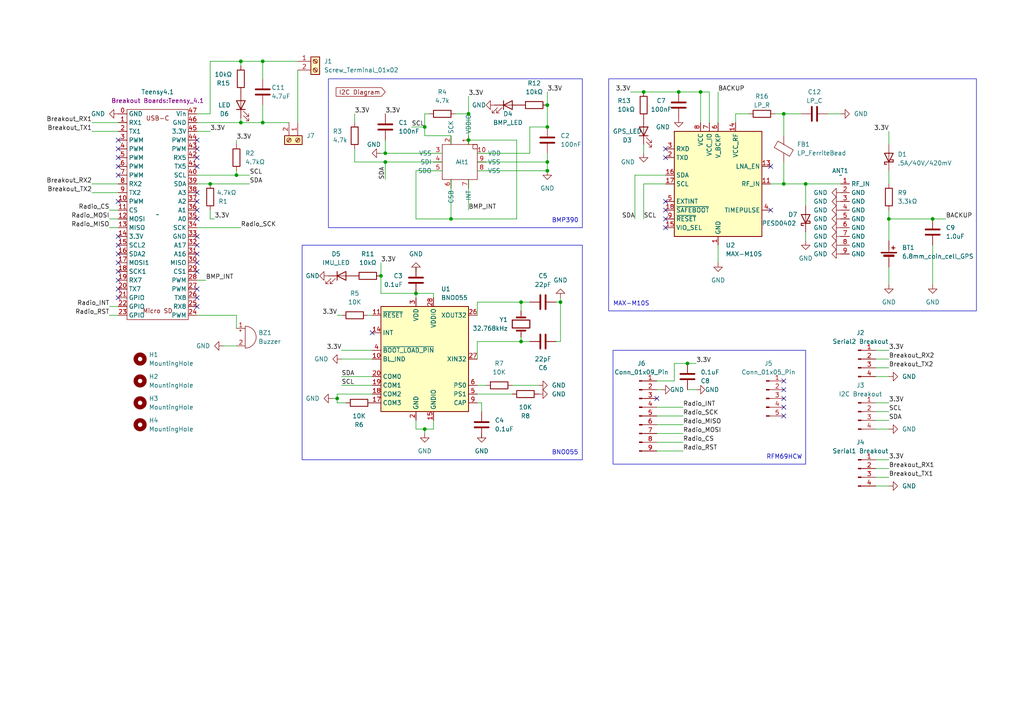
<source format=kicad_sch>
(kicad_sch (version 20230121) (generator eeschema)
  (paper "A4")
  (lib_symbols
    (symbol "Avionics:BMP390"
      (property "Reference" "Alt" (at 0 0 0))
      (symbol "BMP390_0_1"
        (rectangle (start -5.08 5.08) (end 5.08 -5.08))
        (rectangle (start 3.81 3.81) (end 5.08 5.08))
      )
      (symbol "BMP390_1_1"
        (pin input line (at 2.54 5.08 90) (length 2.54) (name "VDDIO") (number "1"))
        (pin input line (at 5.08 2.54 0) (length 2.54) (name "VDD") (number "10"))
        (pin input line (at -2.54 5.08 90) (length 2.54) (name "SCK") (number "2"))
        (pin input line (at -5.08 2.54 180) (length 2.54) (name "VSS") (number "3"))
        (pin input line (at -5.08 0 180) (length 2.54) (name "SDI") (number "4"))
        (pin input line (at -5.08 -2.54 180) (length 2.54) (name "SDO") (number "5"))
        (pin input line (at -2.54 -5.08 270) (length 2.54) (name "CSB") (number "6"))
        (pin input line (at 2.54 -5.08 270) (length 2.54) (name "INT") (number "7"))
        (pin input line (at 5.08 -2.54 0) (length 2.54) (name "VSS") (number "8"))
        (pin input line (at 5.08 0 0) (length 2.54) (name "VSS") (number "9"))
      )
    )
    (symbol "Breakout Boards:Teensy_4.1"
      (property "Reference" "Teensy4.1" (at 0 0 90))
      (property "Footprint" "Breakout Boards:Teensy_4.1" (at 0 0 0))
      (symbol "Teensy_4.1_0_1"
        (rectangle (start -8.89 30.48) (end 8.89 -30.48))
      )
      (symbol "Teensy_4.1_1_1"
        (text "Micro SD" (at 0 -27.94 0) (effects (font (size 1.27 1.27))))
        (text "USB-C" (at 0 27.94 0) (effects (font (size 1.27 1.27))))
        (pin input line (at -11.43 29.21 0) (length 2.54) (name "GND") (number "0"))
        (pin input line (at -11.43 26.67 0) (length 2.54) (name "RX1") (number "1"))
        (pin input line (at -11.43 3.81 0) (length 2.54) (name "PWM") (number "10"))
        (pin input line (at -11.43 1.27 0) (length 2.54) (name "CS") (number "11"))
        (pin input line (at -11.43 -1.27 0) (length 2.54) (name "MOSI") (number "12"))
        (pin input line (at -11.43 -3.81 0) (length 2.54) (name "MISO") (number "13"))
        (pin input line (at -11.43 -6.35 0) (length 2.54) (name "3.3V") (number "14"))
        (pin input line (at -11.43 -8.89 0) (length 2.54) (name "SCL2") (number "15"))
        (pin input line (at -11.43 -11.43 0) (length 2.54) (name "SDA2") (number "16"))
        (pin input line (at -11.43 -13.97 0) (length 2.54) (name "MOSI1") (number "17"))
        (pin input line (at -11.43 -16.51 0) (length 2.54) (name "SCK1") (number "18"))
        (pin input line (at -11.43 -19.05 0) (length 2.54) (name "RX7") (number "19"))
        (pin input line (at -11.43 24.13 0) (length 2.54) (name "TX1") (number "2"))
        (pin input line (at -11.43 -21.59 0) (length 2.54) (name "TX7") (number "20"))
        (pin input line (at -11.43 -24.13 0) (length 2.54) (name "GPIO") (number "21"))
        (pin input line (at -11.43 -26.67 0) (length 2.54) (name "GPIO") (number "22"))
        (pin input line (at -11.43 -29.21 0) (length 2.54) (name "GPIO") (number "23"))
        (pin input line (at 11.43 -29.21 180) (length 2.54) (name "PWM") (number "24"))
        (pin input line (at 11.43 -26.67 180) (length 2.54) (name "RX8") (number "25"))
        (pin input line (at 11.43 -24.13 180) (length 2.54) (name "TX8") (number "26"))
        (pin input line (at 11.43 -21.59 180) (length 2.54) (name "PWM") (number "27"))
        (pin input line (at 11.43 -19.05 180) (length 2.54) (name "PWM") (number "28"))
        (pin input line (at 11.43 -16.51 180) (length 2.54) (name "CS1") (number "29"))
        (pin input line (at -11.43 21.59 0) (length 2.54) (name "PWM") (number "3"))
        (pin input line (at 11.43 -13.97 180) (length 2.54) (name "MISO") (number "30"))
        (pin input line (at 11.43 -11.43 180) (length 2.54) (name "A16") (number "31"))
        (pin input line (at 11.43 -8.89 180) (length 2.54) (name "A17") (number "32"))
        (pin input line (at 11.43 -6.35 180) (length 2.54) (name "GND") (number "33"))
        (pin input line (at 11.43 -3.81 180) (length 2.54) (name "SCK") (number "34"))
        (pin input line (at 11.43 -1.27 180) (length 2.54) (name "A0") (number "35"))
        (pin input line (at 11.43 1.27 180) (length 2.54) (name "A1") (number "36"))
        (pin input line (at 11.43 3.81 180) (length 2.54) (name "A2") (number "37"))
        (pin input line (at 11.43 6.35 180) (length 2.54) (name "A3") (number "38"))
        (pin input line (at 11.43 8.89 180) (length 2.54) (name "SDA") (number "39"))
        (pin input line (at -11.43 19.05 0) (length 2.54) (name "PWM") (number "4"))
        (pin input line (at 11.43 11.43 180) (length 2.54) (name "SCL") (number "40"))
        (pin input line (at 11.43 13.97 180) (length 2.54) (name "TX5") (number "41"))
        (pin input line (at 11.43 16.51 180) (length 2.54) (name "RX5") (number "42"))
        (pin input line (at 11.43 19.05 180) (length 2.54) (name "PWM") (number "43"))
        (pin input line (at 11.43 21.59 180) (length 2.54) (name "PWM") (number "44"))
        (pin input line (at 11.43 24.13 180) (length 2.54) (name "3.3V") (number "45"))
        (pin input line (at 11.43 26.67 180) (length 2.54) (name "GND") (number "46"))
        (pin input line (at 11.43 29.21 180) (length 2.54) (name "Vin") (number "47"))
        (pin input line (at -11.43 16.51 0) (length 2.54) (name "PWM") (number "5"))
        (pin input line (at -11.43 13.97 0) (length 2.54) (name "PWM") (number "6"))
        (pin input line (at -11.43 11.43 0) (length 2.54) (name "PWM") (number "7"))
        (pin input line (at -11.43 8.89 0) (length 2.54) (name "RX2") (number "8"))
        (pin input line (at -11.43 6.35 0) (length 2.54) (name "TX2") (number "9"))
      )
    )
    (symbol "Connector:Conn_01x04_Pin" (pin_names (offset 1.016) hide)
      (property "Reference" "J" (at 0 5.08 0))
      (property "Value" "Conn_01x04_Pin" (at 0 -7.62 0))
      (symbol "Conn_01x04_Pin_1_1"
        (polyline (pts (xy 1.27 -5.08) (xy 0.8636 -5.08)) (stroke (width 0.1524)))
        (polyline (pts (xy 1.27 -2.54) (xy 0.8636 -2.54)) (stroke (width 0.1524)))
        (polyline (pts (xy 1.27 0) (xy 0.8636 0)) (stroke (width 0.1524)))
        (polyline (pts (xy 1.27 2.54) (xy 0.8636 2.54)) (stroke (width 0.1524)))
        (rectangle (start 0.8636 -4.953) (end 0 -5.207) (stroke (width 0.1524)) (fill (type outline)))
        (rectangle (start 0.8636 -2.413) (end 0 -2.667) (stroke (width 0.1524)) (fill (type outline)))
        (rectangle (start 0.8636 0.127) (end 0 -0.127) (stroke (width 0.1524)) (fill (type outline)))
        (rectangle (start 0.8636 2.667) (end 0 2.413) (stroke (width 0.1524)) (fill (type outline)))
        (pin passive line (at 5.08 2.54 180) (length 3.81) (name "Pin_1") (number "1"))
        (pin passive line (at 5.08 0 180) (length 3.81) (name "Pin_2") (number "2"))
        (pin passive line (at 5.08 -2.54 180) (length 3.81) (name "Pin_3") (number "3"))
        (pin passive line (at 5.08 -5.08 180) (length 3.81) (name "Pin_4") (number "4"))
      )
    )
    (symbol "Connector:Conn_01x05_Pin" (pin_names (offset 1.016) hide)
      (property "Reference" "J" (at 0 7.62 0))
      (property "Value" "Conn_01x05_Pin" (at 0 -7.62 0))
      (symbol "Conn_01x05_Pin_1_1"
        (polyline (pts (xy 1.27 -5.08) (xy 0.8636 -5.08)) (stroke (width 0.1524)))
        (polyline (pts (xy 1.27 -2.54) (xy 0.8636 -2.54)) (stroke (width 0.1524)))
        (polyline (pts (xy 1.27 0) (xy 0.8636 0)) (stroke (width 0.1524)))
        (polyline (pts (xy 1.27 2.54) (xy 0.8636 2.54)) (stroke (width 0.1524)))
        (polyline (pts (xy 1.27 5.08) (xy 0.8636 5.08)) (stroke (width 0.1524)))
        (rectangle (start 0.8636 -4.953) (end 0 -5.207) (stroke (width 0.1524)) (fill (type outline)))
        (rectangle (start 0.8636 -2.413) (end 0 -2.667) (stroke (width 0.1524)) (fill (type outline)))
        (rectangle (start 0.8636 0.127) (end 0 -0.127) (stroke (width 0.1524)) (fill (type outline)))
        (rectangle (start 0.8636 2.667) (end 0 2.413) (stroke (width 0.1524)) (fill (type outline)))
        (rectangle (start 0.8636 5.207) (end 0 4.953) (stroke (width 0.1524)) (fill (type outline)))
        (pin passive line (at 5.08 5.08 180) (length 3.81) (name "Pin_1") (number "1"))
        (pin passive line (at 5.08 2.54 180) (length 3.81) (name "Pin_2") (number "2"))
        (pin passive line (at 5.08 0 180) (length 3.81) (name "Pin_3") (number "3"))
        (pin passive line (at 5.08 -2.54 180) (length 3.81) (name "Pin_4") (number "4"))
        (pin passive line (at 5.08 -5.08 180) (length 3.81) (name "Pin_5") (number "5"))
      )
    )
    (symbol "Connector:Conn_01x09_Pin" (pin_names (offset 1.016) hide)
      (property "Reference" "J" (at 0 12.7 0))
      (property "Value" "Conn_01x09_Pin" (at 0 -12.7 0))
      (symbol "Conn_01x09_Pin_1_1"
        (polyline (pts (xy 1.27 -10.16) (xy 0.8636 -10.16)) (stroke (width 0.1524)))
        (polyline (pts (xy 1.27 -7.62) (xy 0.8636 -7.62)) (stroke (width 0.1524)))
        (polyline (pts (xy 1.27 -5.08) (xy 0.8636 -5.08)) (stroke (width 0.1524)))
        (polyline (pts (xy 1.27 -2.54) (xy 0.8636 -2.54)) (stroke (width 0.1524)))
        (polyline (pts (xy 1.27 0) (xy 0.8636 0)) (stroke (width 0.1524)))
        (polyline (pts (xy 1.27 2.54) (xy 0.8636 2.54)) (stroke (width 0.1524)))
        (polyline (pts (xy 1.27 5.08) (xy 0.8636 5.08)) (stroke (width 0.1524)))
        (polyline (pts (xy 1.27 7.62) (xy 0.8636 7.62)) (stroke (width 0.1524)))
        (polyline (pts (xy 1.27 10.16) (xy 0.8636 10.16)) (stroke (width 0.1524)))
        (rectangle (start 0.8636 -10.033) (end 0 -10.287) (stroke (width 0.1524)) (fill (type outline)))
        (rectangle (start 0.8636 -7.493) (end 0 -7.747) (stroke (width 0.1524)) (fill (type outline)))
        (rectangle (start 0.8636 -4.953) (end 0 -5.207) (stroke (width 0.1524)) (fill (type outline)))
        (rectangle (start 0.8636 -2.413) (end 0 -2.667) (stroke (width 0.1524)) (fill (type outline)))
        (rectangle (start 0.8636 0.127) (end 0 -0.127) (stroke (width 0.1524)) (fill (type outline)))
        (rectangle (start 0.8636 2.667) (end 0 2.413) (stroke (width 0.1524)) (fill (type outline)))
        (rectangle (start 0.8636 5.207) (end 0 4.953) (stroke (width 0.1524)) (fill (type outline)))
        (rectangle (start 0.8636 7.747) (end 0 7.493) (stroke (width 0.1524)) (fill (type outline)))
        (rectangle (start 0.8636 10.287) (end 0 10.033) (stroke (width 0.1524)) (fill (type outline)))
        (pin passive line (at 5.08 10.16 180) (length 3.81) (name "Pin_1") (number "1"))
        (pin passive line (at 5.08 7.62 180) (length 3.81) (name "Pin_2") (number "2"))
        (pin passive line (at 5.08 5.08 180) (length 3.81) (name "Pin_3") (number "3"))
        (pin passive line (at 5.08 2.54 180) (length 3.81) (name "Pin_4") (number "4"))
        (pin passive line (at 5.08 0 180) (length 3.81) (name "Pin_5") (number "5"))
        (pin passive line (at 5.08 -2.54 180) (length 3.81) (name "Pin_6") (number "6"))
        (pin passive line (at 5.08 -5.08 180) (length 3.81) (name "Pin_7") (number "7"))
        (pin passive line (at 5.08 -7.62 180) (length 3.81) (name "Pin_8") (number "8"))
        (pin passive line (at 5.08 -10.16 180) (length 3.81) (name "Pin_9") (number "9"))
      )
    )
    (symbol "Connector:Screw_Terminal_01x02" (pin_names (offset 1.016) hide)
      (property "Reference" "J" (at 0 2.54 0))
      (property "Value" "Screw_Terminal_01x02" (at 0 -5.08 0))
      (symbol "Screw_Terminal_01x02_1_1"
        (rectangle (start -1.27 1.27) (end 1.27 -3.81) (stroke (width 0.254)) (fill (type background)))
        (circle (center 0 -2.54) (radius 0.635) (stroke (width 0.1524)))
        (polyline (pts (xy -0.5334 -2.2098) (xy 0.3302 -3.048)) (stroke (width 0.1524)))
        (polyline (pts (xy -0.5334 0.3302) (xy 0.3302 -0.508)) (stroke (width 0.1524)))
        (polyline (pts (xy -0.3556 -2.032) (xy 0.508 -2.8702)) (stroke (width 0.1524)))
        (polyline (pts (xy -0.3556 0.508) (xy 0.508 -0.3302)) (stroke (width 0.1524)))
        (circle (center 0 0) (radius 0.635) (stroke (width 0.1524)))
        (pin passive line (at -5.08 0 0) (length 3.81) (name "Pin_1") (number "1"))
        (pin passive line (at -5.08 -2.54 0) (length 3.81) (name "Pin_2") (number "2"))
      )
    )
    (symbol "Device:Battery_Cell" (pin_numbers hide) (pin_names (offset 0) hide)
      (property "Reference" "BT" (at 2.54 2.54 0))
      (property "Value" "Battery_Cell" (at 2.54 0 0))
      (symbol "Battery_Cell_0_1"
        (rectangle (start -2.286 1.778) (end 2.286 1.524) (fill (type outline)))
        (rectangle (start -1.524 1.016) (end 1.524 0.508) (fill (type outline)))
        (polyline (pts (xy 0 0.762) (xy 0 0)))
        (polyline (pts (xy 0 1.778) (xy 0 2.54)))
        (polyline (pts (xy 0.762 3.048) (xy 1.778 3.048)) (stroke (width 0.254)))
        (polyline (pts (xy 1.27 3.556) (xy 1.27 2.54)) (stroke (width 0.254)))
      )
      (symbol "Battery_Cell_1_1"
        (pin passive line (at 0 5.08 270) (length 2.54) (name "+") (number "1"))
        (pin passive line (at 0 -2.54 90) (length 2.54) (name "-") (number "2"))
      )
    )
    (symbol "Device:Buzzer" (pin_names (offset 0.0254) hide)
      (property "Reference" "BZ" (at 3.81 1.27 0))
      (property "Value" "Buzzer" (at 3.81 -1.27 0))
      (symbol "Buzzer_0_1"
        (arc (start 0 -3.175) (mid 3.1612 0) (end 0 3.175))
        (polyline (pts (xy -1.651 1.905) (xy -1.143 1.905)))
        (polyline (pts (xy -1.397 2.159) (xy -1.397 1.651)))
        (polyline (pts (xy 0 3.175) (xy 0 -3.175)))
      )
      (symbol "Buzzer_1_1"
        (pin passive line (at -2.54 2.54 0) (length 2.54) (name "-") (number "1"))
        (pin passive line (at -2.54 -2.54 0) (length 2.54) (name "+") (number "2"))
      )
    )
    (symbol "Device:C" (pin_numbers hide) (pin_names (offset 0.254))
      (property "Reference" "C" (at 0.635 2.54 0))
      (property "Value" "C" (at 0.635 -2.54 0))
      (symbol "C_0_1"
        (polyline (pts (xy -2.032 -0.762) (xy 2.032 -0.762)) (stroke (width 0.508)))
        (polyline (pts (xy -2.032 0.762) (xy 2.032 0.762)) (stroke (width 0.508)))
      )
      (symbol "C_1_1"
        (pin passive line (at 0 3.81 270) (length 2.794) (name "~") (number "1"))
        (pin passive line (at 0 -3.81 90) (length 2.794) (name "~") (number "2"))
      )
    )
    (symbol "Device:Crystal" (pin_numbers hide) (pin_names (offset 1.016) hide)
      (property "Reference" "Y" (at 0 3.81 0))
      (property "Value" "Crystal" (at 0 -3.81 0))
      (symbol "Crystal_0_1"
        (rectangle (start -1.143 2.54) (end 1.143 -2.54) (stroke (width 0.3048)))
        (polyline (pts (xy -2.54 0) (xy -1.905 0)))
        (polyline (pts (xy -1.905 -1.27) (xy -1.905 1.27)) (stroke (width 0.508)))
        (polyline (pts (xy 1.905 -1.27) (xy 1.905 1.27)) (stroke (width 0.508)))
        (polyline (pts (xy 2.54 0) (xy 1.905 0)))
      )
      (symbol "Crystal_1_1"
        (pin passive line (at -3.81 0 0) (length 1.27) (name "1") (number "1"))
        (pin passive line (at 3.81 0 180) (length 1.27) (name "2") (number "2"))
      )
    )
    (symbol "Device:D_Schottky" (pin_numbers hide) (pin_names (offset 1.016) hide)
      (property "Reference" "D" (at 0 2.54 0))
      (property "Value" "D_Schottky" (at 0 -2.54 0))
      (symbol "D_Schottky_0_1"
        (polyline (pts (xy 1.27 0) (xy -1.27 0)))
        (polyline (pts (xy 1.27 1.27) (xy 1.27 -1.27) (xy -1.27 0) (xy 1.27 1.27)) (stroke (width 0.254)))
        (polyline (pts (xy -1.905 0.635) (xy -1.905 1.27) (xy -1.27 1.27) (xy -1.27 -1.27) (xy -0.635 -1.27) (xy -0.635 -0.635)) (stroke (width 0.254)))
      )
      (symbol "D_Schottky_1_1"
        (pin passive line (at -3.81 0 0) (length 2.54) (name "K") (number "1"))
        (pin passive line (at 3.81 0 180) (length 2.54) (name "A") (number "2"))
      )
    )
    (symbol "Device:FerriteBead" (pin_numbers hide) (pin_names (offset 0))
      (property "Reference" "FB" (at -3.81 0.635 90))
      (property "Value" "FerriteBead" (at 3.81 0 90))
      (symbol "FerriteBead_0_1"
        (polyline (pts (xy 0 -1.27) (xy 0 -1.2192)))
        (polyline (pts (xy 0 1.27) (xy 0 1.2954)))
        (polyline (pts (xy -2.7686 0.4064) (xy -1.7018 2.2606) (xy 2.7686 -0.3048) (xy 1.6764 -2.159) (xy -2.7686 0.4064)))
      )
      (symbol "FerriteBead_1_1"
        (pin passive line (at 0 3.81 270) (length 2.54) (name "~") (number "1"))
        (pin passive line (at 0 -3.81 90) (length 2.54) (name "~") (number "2"))
      )
    )
    (symbol "Device:LED" (pin_numbers hide) (pin_names (offset 1.016) hide)
      (property "Reference" "D" (at 0 2.54 0))
      (property "Value" "LED" (at 0 -2.54 0))
      (symbol "LED_0_1"
        (polyline (pts (xy -1.27 -1.27) (xy -1.27 1.27)) (stroke (width 0.254)))
        (polyline (pts (xy -1.27 0) (xy 1.27 0)))
        (polyline (pts (xy 1.27 -1.27) (xy 1.27 1.27) (xy -1.27 0) (xy 1.27 -1.27)) (stroke (width 0.254)))
        (polyline (pts (xy -3.048 -0.762) (xy -4.572 -2.286) (xy -3.81 -2.286) (xy -4.572 -2.286) (xy -4.572 -1.524)))
        (polyline (pts (xy -1.778 -0.762) (xy -3.302 -2.286) (xy -2.54 -2.286) (xy -3.302 -2.286) (xy -3.302 -1.524)))
      )
      (symbol "LED_1_1"
        (pin passive line (at -3.81 0 0) (length 2.54) (name "K") (number "1"))
        (pin passive line (at 3.81 0 180) (length 2.54) (name "A") (number "2"))
      )
    )
    (symbol "Device:R" (pin_numbers hide) (pin_names (offset 0))
      (property "Reference" "R" (at 2.032 0 90))
      (property "Value" "R" (at 0 0 90))
      (symbol "R_0_1"
        (rectangle (start -1.016 -2.54) (end 1.016 2.54) (stroke (width 0.254)))
      )
      (symbol "R_1_1"
        (pin passive line (at 0 3.81 270) (length 1.27) (name "~") (number "1"))
        (pin passive line (at 0 -3.81 90) (length 1.27) (name "~") (number "2"))
      )
    )
    (symbol "Mechanical:MountingHole" (pin_names (offset 1.016))
      (property "Reference" "H" (at 0 5.08 0))
      (property "Value" "MountingHole" (at 0 3.175 0))
      (symbol "MountingHole_0_1"
        (circle (center 0 0) (radius 1.27) (stroke (width 1.27)))
      )
    )
    (symbol "Patch Antenna (Symbol):SGGP.12.A.02"
      (property "Reference" "ANT1" (at 0 0 0))
      (symbol "SGGP.12.A.02_1_1"
        (pin input line (at 0 -2.54 0) (length 2.54) (name "RF_IN") (number "1"))
        (pin input line (at 0 -5.08 0) (length 2.54) (name "GND") (number "2"))
        (pin input line (at 0 -7.62 0) (length 2.54) (name "GND") (number "3"))
        (pin input line (at 0 -10.16 0) (length 2.54) (name "GND") (number "4"))
        (pin input line (at 0 -12.7 0) (length 2.54) (name "GND") (number "5"))
        (pin input line (at 0 -15.24 0) (length 2.54) (name "GND") (number "6"))
        (pin input line (at 0 -17.78 0) (length 2.54) (name "GND") (number "7"))
        (pin input line (at 0 -20.32 0) (length 2.54) (name "GND") (number "8"))
        (pin input line (at 0 -22.86 0) (length 2.54) (name "GND") (number "9"))
      )
    )
    (symbol "RF_GPS:MAX-M10S"
      (property "Reference" "U" (at -10.16 16.51 0))
      (property "Value" "MAX-M10S" (at 11.43 16.51 0))
      (symbol "MAX-M10S_0_1"
        (rectangle (start 12.7 15.24) (end -12.7 -15.24) (stroke (width 0.254)) (fill (type background)))
      )
      (symbol "MAX-M10S_1_1"
        (pin power_in line (at 0 -17.78 90) (length 2.54) (name "GND") (number "1"))
        (pin passive line (at 0 -17.78 90) (length 2.54) hide (name "GND") (number "10"))
        (pin input line (at 15.24 0 180) (length 2.54) (name "RF_IN") (number "11"))
        (pin passive line (at 0 -17.78 90) (length 2.54) hide (name "GND") (number "12"))
        (pin output line (at 15.24 5.08 180) (length 2.54) (name "LNA_EN") (number "13"))
        (pin power_out line (at 5.08 17.78 270) (length 2.54) (name "VCC_RF") (number "14"))
        (pin input line (at -15.24 -12.7 0) (length 2.54) (name "VIO_SEL") (number "15"))
        (pin bidirectional line (at -15.24 2.54 0) (length 2.54) (name "SDA") (number "16"))
        (pin input line (at -15.24 0 0) (length 2.54) (name "SCL") (number "17"))
        (pin input line (at -15.24 -7.62 0) (length 2.54) (name "~{SAFEBOOT}") (number "18"))
        (pin output line (at -15.24 7.62 0) (length 2.54) (name "TXD") (number "2"))
        (pin input line (at -15.24 10.16 0) (length 2.54) (name "RXD") (number "3"))
        (pin output line (at 15.24 -7.62 180) (length 2.54) (name "TIMEPULSE") (number "4"))
        (pin input line (at -15.24 -5.08 0) (length 2.54) (name "EXTINT") (number "5"))
        (pin power_in line (at 0 17.78 270) (length 2.54) (name "V_BCKP") (number "6"))
        (pin power_in line (at -2.54 17.78 270) (length 2.54) (name "VCC_IO") (number "7"))
        (pin power_in line (at -5.08 17.78 270) (length 2.54) (name "VCC") (number "8"))
        (pin input line (at -15.24 -10.16 0) (length 2.54) (name "~{RESET}") (number "9"))
      )
    )
    (symbol "Sensor_Motion:BNO055"
      (property "Reference" "U" (at -11.43 16.51 0))
      (property "Value" "BNO055" (at 12.7 16.51 0))
      (symbol "BNO055_0_1"
        (rectangle (start -12.7 15.24) (end 12.7 -15.24) (stroke (width 0.254)) (fill (type background)))
      )
      (symbol "BNO055_1_1"
        (pin no_connect line (at -12.7 10.16 0) (length 2.54) hide (name "PIN1") (number "1"))
        (pin output line (at -15.24 0 0) (length 2.54) (name "BL_IND") (number "10"))
        (pin input line (at -15.24 12.7 0) (length 2.54) (name "~{RESET}") (number "11"))
        (pin no_connect line (at 12.7 10.16 180) (length 2.54) hide (name "PIN12") (number "12"))
        (pin no_connect line (at 12.7 7.62 180) (length 2.54) hide (name "PIN13") (number "13"))
        (pin output line (at -15.24 7.62 0) (length 2.54) (name "INT") (number "14"))
        (pin power_in line (at 2.54 -17.78 90) (length 2.54) (name "GNDIO") (number "15"))
        (pin passive line (at 2.54 -17.78 90) (length 2.54) hide (name "GNDIO") (number "16"))
        (pin input line (at -15.24 -12.7 0) (length 2.54) (name "COM3") (number "17"))
        (pin passive line (at -15.24 -10.16 0) (length 2.54) (name "COM2") (number "18"))
        (pin bidirectional line (at -15.24 -7.62 0) (length 2.54) (name "COM1") (number "19"))
        (pin power_in line (at -2.54 -17.78 90) (length 2.54) (name "GND") (number "2"))
        (pin bidirectional line (at -15.24 -5.08 0) (length 2.54) (name "COM0") (number "20"))
        (pin no_connect line (at 12.7 5.08 180) (length 2.54) hide (name "PIN21") (number "21"))
        (pin no_connect line (at 12.7 2.54 180) (length 2.54) hide (name "PIN22") (number "22"))
        (pin no_connect line (at 12.7 -2.54 180) (length 2.54) hide (name "PIN23") (number "23"))
        (pin no_connect line (at 12.7 -5.08 180) (length 2.54) hide (name "PIN24") (number "24"))
        (pin passive line (at 2.54 -17.78 90) (length 2.54) hide (name "GNDIO") (number "25"))
        (pin output line (at 15.24 12.7 180) (length 2.54) (name "XOUT32") (number "26"))
        (pin input line (at 15.24 0 180) (length 2.54) (name "XIN32") (number "27"))
        (pin power_in line (at 2.54 17.78 270) (length 2.54) (name "VDDIO") (number "28"))
        (pin power_in line (at -2.54 17.78 270) (length 2.54) (name "VDD") (number "3"))
        (pin input line (at -15.24 2.54 0) (length 2.54) (name "~{BOOT_LOAD_PIN}") (number "4"))
        (pin input line (at 15.24 -10.16 180) (length 2.54) (name "PS1") (number "5"))
        (pin input line (at 15.24 -7.62 180) (length 2.54) (name "PS0") (number "6"))
        (pin no_connect line (at -12.7 5.08 0) (length 2.54) hide (name "PIN7") (number "7"))
        (pin no_connect line (at -12.7 -2.54 0) (length 2.54) hide (name "PIN8") (number "8"))
        (pin passive line (at 15.24 -12.7 180) (length 2.54) (name "CAP") (number "9"))
      )
    )
    (symbol "power:GND" (power) (pin_names (offset 0))
      (property "Value" "GND" (at 0 -3.81 0))
      (symbol "GND_0_1"
        (polyline (pts (xy 0 0) (xy 0 -1.27) (xy 1.27 -1.27) (xy 0 -2.54) (xy -1.27 -1.27) (xy 0 -1.27)))
      )
      (symbol "GND_1_1"
        (pin power_in line (at 0 0 270) (length 0) hide (name "GND") (number "1"))
      )
    )
  )
  (junction (at 270.51 63.5))
  (junction (at 227.33 53.34))
  (junction (at 130.81 63.5))
  (junction (at 123.19 124.46))
  (junction (at 257.81 63.5))
  (junction (at 151.13 99.06))
  (junction (at 199.39 105.41))
  (junction (at 111.76 46.99))
  (junction (at 76.2 17.78))
  (junction (at 151.13 87.63))
  (junction (at 135.89 40.64))
  (junction (at 233.68 53.34))
  (junction (at 158.75 36.83))
  (junction (at 158.75 46.99))
  (junction (at 227.33 33.02))
  (junction (at 69.85 17.78))
  (junction (at 162.56 87.63))
  (junction (at 68.58 50.8))
  (junction (at 120.65 85.09))
  (junction (at 97.79 115.57))
  (junction (at 135.89 33.02))
  (junction (at 158.75 30.48))
  (junction (at 111.76 44.45))
  (junction (at 186.69 26.67))
  (junction (at 60.96 53.34))
  (junction (at 76.2 35.56))
  (junction (at 123.19 36.83))
  (junction (at 203.2 26.67))
  (junction (at 158.75 49.53))
  (junction (at 110.49 80.01))
  (junction (at 69.85 35.56))
  (junction (at 196.85 26.67))
  (no_connect (at 57.15 48.26))
  (no_connect (at 34.29 73.66))
  (no_connect (at 34.29 76.2))
  (no_connect (at 57.15 88.9))
  (no_connect (at 57.15 63.5))
  (no_connect (at 34.29 81.28))
  (no_connect (at 227.33 115.57))
  (no_connect (at 34.29 58.42))
  (no_connect (at 227.33 120.65))
  (no_connect (at 57.15 78.74))
  (no_connect (at 227.33 113.03))
  (no_connect (at 34.29 71.12))
  (no_connect (at 34.29 40.64))
  (no_connect (at 193.04 63.5))
  (no_connect (at 193.04 60.96))
  (no_connect (at 57.15 43.18))
  (no_connect (at 57.15 76.2))
  (no_connect (at 57.15 68.58))
  (no_connect (at 34.29 48.26))
  (no_connect (at 190.5 115.57))
  (no_connect (at 193.04 66.04))
  (no_connect (at 57.15 83.82))
  (no_connect (at 34.29 43.18))
  (no_connect (at 57.15 55.88))
  (no_connect (at 34.29 45.72))
  (no_connect (at 227.33 110.49))
  (no_connect (at 57.15 73.66))
  (no_connect (at 57.15 45.72))
  (no_connect (at 223.52 48.26))
  (no_connect (at 57.15 86.36))
  (no_connect (at 193.04 45.72))
  (no_connect (at 34.29 78.74))
  (no_connect (at 34.29 68.58))
  (no_connect (at 223.52 60.96))
  (no_connect (at 193.04 58.42))
  (no_connect (at 227.33 118.11))
  (no_connect (at 34.29 50.8))
  (no_connect (at 34.29 83.82))
  (no_connect (at 57.15 71.12))
  (no_connect (at 193.04 43.18))
  (no_connect (at 34.29 86.36))
  (no_connect (at 57.15 40.64))
  (no_connect (at 57.15 58.42))
  (no_connect (at 57.15 60.96))
  (no_connect (at 107.95 96.52))
  (wire (pts (xy 64.77 100.33) (xy 68.58 100.33)))
  (wire (pts (xy 254 106.68) (xy 257.81 106.68)))
  (wire (pts (xy 97.79 116.84) (xy 97.79 115.57)))
  (wire (pts (xy 270.51 71.12) (xy 270.51 82.55)))
  (wire (pts (xy 86.36 35.56) (xy 86.36 20.32)))
  (wire (pts (xy 233.68 67.31) (xy 233.68 69.85)))
  (wire (pts (xy 96.52 115.57) (xy 97.79 115.57)))
  (wire (pts (xy 107.95 111.76) (xy 99.06 111.76)))
  (wire (pts (xy 57.15 91.44) (xy 68.58 91.44)))
  (wire (pts (xy 26.67 53.34) (xy 34.29 53.34)))
  (wire (pts (xy 135.89 52.07) (xy 135.89 60.96)))
  (wire (pts (xy 125.73 85.09) (xy 125.73 86.36)))
  (wire (pts (xy 162.56 86.36) (xy 162.56 87.63)))
  (wire (pts (xy 57.15 35.56) (xy 69.85 35.56)))
  (wire (pts (xy 186.69 53.34) (xy 186.69 63.5)))
  (wire (pts (xy 62.23 63.5) (xy 60.96 63.5)))
  (wire (pts (xy 57.15 81.28) (xy 59.69 81.28)))
  (wire (pts (xy 60.96 63.5) (xy 60.96 60.96)))
  (wire (pts (xy 254 109.22) (xy 257.81 109.22)))
  (wire (pts (xy 72.39 50.8) (xy 68.58 50.8)))
  (wire (pts (xy 162.56 87.63) (xy 161.29 87.63)))
  (wire (pts (xy 120.65 63.5) (xy 130.81 63.5)))
  (wire (pts (xy 138.43 87.63) (xy 138.43 91.44)))
  (wire (pts (xy 254 138.43) (xy 257.81 138.43)))
  (wire (pts (xy 240.03 33.02) (xy 243.84 33.02)))
  (wire (pts (xy 31.75 88.9) (xy 34.29 88.9)))
  (wire (pts (xy 76.2 30.48) (xy 76.2 35.56)))
  (wire (pts (xy 257.81 49.53) (xy 257.81 53.34)))
  (wire (pts (xy 190.5 123.19) (xy 198.12 123.19)))
  (wire (pts (xy 184.15 50.8) (xy 184.15 63.5)))
  (wire (pts (xy 149.86 63.5) (xy 149.86 40.64)))
  (wire (pts (xy 76.2 35.56) (xy 83.82 35.56)))
  (wire (pts (xy 193.04 50.8) (xy 184.15 50.8)))
  (wire (pts (xy 60.96 17.78) (xy 60.96 33.02)))
  (wire (pts (xy 57.15 38.1) (xy 60.96 38.1)))
  (wire (pts (xy 120.65 121.92) (xy 120.65 124.46)))
  (wire (pts (xy 254 135.89) (xy 257.81 135.89)))
  (wire (pts (xy 195.58 105.41) (xy 195.58 110.49)))
  (wire (pts (xy 162.56 99.06) (xy 161.29 99.06)))
  (wire (pts (xy 186.69 26.67) (xy 196.85 26.67)))
  (wire (pts (xy 257.81 63.5) (xy 270.51 63.5)))
  (wire (pts (xy 26.67 38.1) (xy 34.29 38.1)))
  (wire (pts (xy 111.76 40.64) (xy 111.76 44.45)))
  (wire (pts (xy 254 116.84) (xy 257.81 116.84)))
  (wire (pts (xy 138.43 116.84) (xy 139.7 116.84)))
  (wire (pts (xy 203.2 26.67) (xy 203.2 35.56)))
  (wire (pts (xy 120.65 77.47) (xy 120.65 78.74)))
  (wire (pts (xy 26.67 35.56) (xy 34.29 35.56)))
  (wire (pts (xy 130.81 63.5) (xy 149.86 63.5)))
  (wire (pts (xy 138.43 99.06) (xy 151.13 99.06)))
  (wire (pts (xy 31.75 66.04) (xy 34.29 66.04)))
  (wire (pts (xy 107.95 114.3) (xy 97.79 114.3)))
  (wire (pts (xy 257.81 63.5) (xy 257.81 69.85)))
  (wire (pts (xy 213.36 33.02) (xy 217.17 33.02)))
  (wire (pts (xy 227.33 39.37) (xy 227.33 33.02)))
  (wire (pts (xy 208.28 71.12) (xy 208.28 76.2)))
  (wire (pts (xy 31.75 91.44) (xy 34.29 91.44)))
  (wire (pts (xy 195.58 105.41) (xy 199.39 105.41)))
  (wire (pts (xy 138.43 49.53) (xy 158.75 49.53)))
  (wire (pts (xy 257.81 60.96) (xy 257.81 63.5)))
  (wire (pts (xy 31.75 63.5) (xy 34.29 63.5)))
  (wire (pts (xy 138.43 44.45) (xy 153.67 44.45)))
  (wire (pts (xy 257.81 77.47) (xy 257.81 82.55)))
  (wire (pts (xy 139.7 127) (xy 139.7 125.73)))
  (wire (pts (xy 120.65 49.53) (xy 120.65 63.5)))
  (wire (pts (xy 102.87 46.99) (xy 102.87 43.18)))
  (wire (pts (xy 123.19 36.83) (xy 123.19 39.37)))
  (wire (pts (xy 102.87 33.02) (xy 102.87 35.56)))
  (wire (pts (xy 69.85 17.78) (xy 60.96 17.78)))
  (wire (pts (xy 99.06 91.44) (xy 97.79 91.44)))
  (wire (pts (xy 158.75 26.67) (xy 158.75 30.48)))
  (wire (pts (xy 190.5 120.65) (xy 198.12 120.65)))
  (wire (pts (xy 153.67 44.45) (xy 153.67 36.83)))
  (wire (pts (xy 254 119.38) (xy 257.81 119.38)))
  (wire (pts (xy 190.5 118.11) (xy 198.12 118.11)))
  (wire (pts (xy 130.81 52.07) (xy 130.81 63.5)))
  (wire (pts (xy 254 104.14) (xy 257.81 104.14)))
  (wire (pts (xy 111.76 46.99) (xy 128.27 46.99)))
  (wire (pts (xy 190.5 125.73) (xy 198.12 125.73)))
  (wire (pts (xy 138.43 111.76) (xy 140.97 111.76)))
  (wire (pts (xy 182.88 26.67) (xy 186.69 26.67)))
  (wire (pts (xy 100.33 116.84) (xy 97.79 116.84)))
  (wire (pts (xy 205.74 26.67) (xy 205.74 35.56)))
  (wire (pts (xy 233.68 59.69) (xy 233.68 53.34)))
  (wire (pts (xy 69.85 35.56) (xy 76.2 35.56)))
  (wire (pts (xy 69.85 17.78) (xy 69.85 19.05)))
  (wire (pts (xy 138.43 87.63) (xy 151.13 87.63)))
  (wire (pts (xy 57.15 50.8) (xy 68.58 50.8)))
  (wire (pts (xy 254 133.35) (xy 257.81 133.35)))
  (wire (pts (xy 270.51 63.5) (xy 274.32 63.5)))
  (wire (pts (xy 208.28 26.67) (xy 208.28 35.56)))
  (wire (pts (xy 203.2 26.67) (xy 205.74 26.67)))
  (wire (pts (xy 148.59 111.76) (xy 156.21 111.76)))
  (wire (pts (xy 102.87 46.99) (xy 111.76 46.99)))
  (wire (pts (xy 135.89 27.94) (xy 135.89 33.02)))
  (wire (pts (xy 257.81 38.1) (xy 257.81 41.91)))
  (wire (pts (xy 135.89 40.64) (xy 135.89 41.91)))
  (wire (pts (xy 120.65 49.53) (xy 128.27 49.53)))
  (wire (pts (xy 99.06 109.22) (xy 107.95 109.22)))
  (wire (pts (xy 110.49 80.01) (xy 110.49 85.09)))
  (wire (pts (xy 227.33 33.02) (xy 232.41 33.02)))
  (wire (pts (xy 26.67 55.88) (xy 34.29 55.88)))
  (wire (pts (xy 138.43 99.06) (xy 138.43 104.14)))
  (wire (pts (xy 106.68 91.44) (xy 107.95 91.44)))
  (wire (pts (xy 153.67 36.83) (xy 158.75 36.83)))
  (wire (pts (xy 149.86 40.64) (xy 135.89 40.64)))
  (wire (pts (xy 158.75 49.53) (xy 158.75 46.99)))
  (wire (pts (xy 199.39 105.41) (xy 201.93 105.41)))
  (wire (pts (xy 57.15 66.04) (xy 69.85 66.04)))
  (wire (pts (xy 110.49 44.45) (xy 111.76 44.45)))
  (wire (pts (xy 99.06 101.6) (xy 107.95 101.6)))
  (wire (pts (xy 196.85 26.67) (xy 203.2 26.67)))
  (wire (pts (xy 110.49 85.09) (xy 120.65 85.09)))
  (wire (pts (xy 60.96 53.34) (xy 72.39 53.34)))
  (wire (pts (xy 31.75 60.96) (xy 34.29 60.96)))
  (wire (pts (xy 213.36 35.56) (xy 213.36 33.02)))
  (wire (pts (xy 254 121.92) (xy 257.81 121.92)))
  (wire (pts (xy 125.73 124.46) (xy 125.73 121.92)))
  (wire (pts (xy 254 101.6) (xy 257.81 101.6)))
  (wire (pts (xy 120.65 124.46) (xy 123.19 124.46)))
  (wire (pts (xy 158.75 30.48) (xy 158.75 36.83)))
  (wire (pts (xy 111.76 46.99) (xy 111.76 52.07)))
  (wire (pts (xy 60.96 33.02) (xy 57.15 33.02)))
  (wire (pts (xy 223.52 53.34) (xy 227.33 53.34)))
  (wire (pts (xy 57.15 53.34) (xy 60.96 53.34)))
  (wire (pts (xy 68.58 49.53) (xy 68.58 50.8)))
  (wire (pts (xy 110.49 76.2) (xy 110.49 80.01)))
  (wire (pts (xy 138.43 114.3) (xy 148.59 114.3)))
  (wire (pts (xy 153.67 99.06) (xy 151.13 99.06)))
  (wire (pts (xy 190.5 130.81) (xy 198.12 130.81)))
  (wire (pts (xy 130.81 39.37) (xy 130.81 41.91)))
  (wire (pts (xy 99.06 104.14) (xy 107.95 104.14)))
  (wire (pts (xy 120.65 85.09) (xy 120.65 86.36)))
  (wire (pts (xy 120.65 85.09) (xy 125.73 85.09)))
  (wire (pts (xy 227.33 46.99) (xy 227.33 53.34)))
  (wire (pts (xy 123.19 124.46) (xy 123.19 125.73)))
  (wire (pts (xy 123.19 33.02) (xy 124.46 33.02)))
  (wire (pts (xy 158.75 44.45) (xy 158.75 46.99)))
  (wire (pts (xy 227.33 33.02) (xy 224.79 33.02)))
  (wire (pts (xy 151.13 97.79) (xy 151.13 99.06)))
  (wire (pts (xy 190.5 128.27) (xy 198.12 128.27)))
  (wire (pts (xy 132.08 33.02) (xy 135.89 33.02)))
  (wire (pts (xy 76.2 17.78) (xy 69.85 17.78)))
  (wire (pts (xy 139.7 116.84) (xy 139.7 119.38)))
  (wire (pts (xy 123.19 124.46) (xy 125.73 124.46)))
  (wire (pts (xy 69.85 34.29) (xy 69.85 35.56)))
  (wire (pts (xy 138.43 46.99) (xy 158.75 46.99)))
  (wire (pts (xy 123.19 39.37) (xy 130.81 39.37)))
  (wire (pts (xy 123.19 33.02) (xy 123.19 36.83)))
  (wire (pts (xy 119.38 36.83) (xy 123.19 36.83)))
  (wire (pts (xy 195.58 110.49) (xy 190.5 110.49)))
  (wire (pts (xy 97.79 115.57) (xy 97.79 114.3)))
  (wire (pts (xy 254 124.46) (xy 257.81 124.46)))
  (wire (pts (xy 227.33 53.34) (xy 233.68 53.34)))
  (wire (pts (xy 68.58 91.44) (xy 68.58 95.25)))
  (wire (pts (xy 254 140.97) (xy 257.81 140.97)))
  (wire (pts (xy 135.89 33.02) (xy 135.89 40.64)))
  (wire (pts (xy 151.13 87.63) (xy 151.13 90.17)))
  (wire (pts (xy 193.04 53.34) (xy 186.69 53.34)))
  (wire (pts (xy 199.39 113.03) (xy 201.93 113.03)))
  (wire (pts (xy 86.36 17.78) (xy 76.2 17.78)))
  (wire (pts (xy 111.76 44.45) (xy 128.27 44.45)))
  (wire (pts (xy 162.56 87.63) (xy 162.56 99.06)))
  (wire (pts (xy 68.58 40.64) (xy 68.58 41.91)))
  (wire (pts (xy 186.69 41.91) (xy 186.69 44.45)))
  (wire (pts (xy 76.2 17.78) (xy 76.2 22.86)))
  (wire (pts (xy 233.68 53.34) (xy 243.84 53.34)))
  (wire (pts (xy 153.67 87.63) (xy 151.13 87.63)))
  (wire (pts (xy 190.5 113.03) (xy 191.77 113.03)))
  (rectangle (start 177.8 101.6) (end 233.68 134.62))
  (rectangle (start 176.53 22.86) (end 283.21 90.17))
  (rectangle (start 87.63 71.12) (end 168.91 133.35))
  (rectangle (start 95.25 22.86) (end 168.91 66.04))
  (text "BNO055" (at 160.02 132.08 0) (effects (font (size 1.27 1.27)) (justify left bottom)))
  (text "BMP390" (at 160.02 64.77 0) (effects (font (size 1.27 1.27)) (justify left bottom)))
  (text "MAX-M10S" (at 177.8 88.9 0) (effects (font (size 1.27 1.27)) (justify left bottom)))
  (text "RFM69HCW " (at 222.25 133.35 0) (effects (font (size 1.27 1.27)) (justify left bottom)))
  (label "3.3V" (at 62.23 63.5 0))
  (label "3.3V" (at 257.81 38.1 180))
  (label "Radio_INT" (at 31.75 88.9 180))
  (label "Radio_SCK" (at 69.85 66.04 0))
  (label "SCL" (at 99.06 111.76 0))
  (label "Radio_MOSI" (at 31.75 63.5 180))
  (label "Breakout_RX2" (at 257.81 104.14 0))
  (label "Breakout_RX1" (at 26.67 35.56 180))
  (label "3.3V" (at 111.76 33.02 0))
  (label "Radio_RST" (at 31.75 91.44 180))
  (label "3.3V" (at 110.49 76.2 0))
  (label "Radio_INT" (at 198.12 118.11 0))
  (label "Breakout_TX1" (at 26.67 38.1 180))
  (label "3.3V" (at 257.81 101.6 0))
  (label "3.3V" (at 182.88 26.67 180))
  (label "SDA" (at 257.81 121.92 0))
  (label "BACKUP" (at 208.28 26.67 0))
  (label "SCL" (at 119.38 36.83 0))
  (label "Breakout_TX2" (at 257.81 106.68 0))
  (label "Radio_MISO" (at 31.75 66.04 180))
  (label "SCL" (at 186.69 63.5 0))
  (label "SDA" (at 184.15 63.5 180))
  (label "3.3V" (at 158.75 26.67 0))
  (label "3.3V" (at 257.81 116.84 0))
  (label "Radio_RST" (at 198.12 130.81 0))
  (label "3.3V" (at 257.81 133.35 0))
  (label "Breakout_TX1" (at 257.81 138.43 0))
  (label "Radio_MISO" (at 198.12 123.19 0))
  (label "Radio_MOSI" (at 198.12 125.73 0))
  (label "BACKUP" (at 274.32 63.5 0))
  (label "BMP_INT" (at 135.89 60.96 0))
  (label "SCL" (at 72.39 50.8 0))
  (label "Breakout_TX2" (at 26.67 55.88 180))
  (label "SCL" (at 257.81 119.38 0))
  (label "SDA" (at 111.76 52.07 90))
  (label "Breakout_RX1" (at 257.81 135.89 0))
  (label "Radio_CS" (at 31.75 60.96 180))
  (label "3.3V" (at 102.87 33.02 0))
  (label "Radio_SCK" (at 198.12 120.65 0))
  (label "BMP_INT" (at 59.69 81.28 0))
  (label "3.3V" (at 68.58 40.64 0))
  (label "3.3V" (at 99.06 101.6 180))
  (label "3.3V" (at 97.79 91.44 180))
  (label "3.3V" (at 201.93 105.41 0))
  (label "SDA" (at 72.39 53.34 0))
  (label "SDA" (at 99.06 109.22 0))
  (label "Breakout_RX2" (at 26.67 53.34 180))
  (label "3.3V" (at 135.89 27.94 0))
  (label "3.3V" (at 60.96 38.1 0))
  (label "Radio_CS" (at 198.12 128.27 0))
  (global_label "I2C Diagram" (shape input) (at 111.76 26.67 180) (property "Intersheetrefs" "${INTERSHEET_REFS}" (effects hide)))
  (symbol (lib_id "Connector:Screw_Terminal_01x02") (at 91.44 17.78 0) (unit 1)
    (property "Reference" "J1" (at 93.98 17.78 0) (effects (justify left)))
    (property "Value" "Screw_Terminal_01x02" (at 93.98 20.32 0) (effects (justify left)))
    (property "Footprint" "TerminalBlock_4Ucon:TerminalBlock_4Ucon_1x02_P3.50mm_Vertical" (effects hide))
  )
  (symbol (lib_id "Device:LED") (at 69.85 30.48 90) (unit 1)
    (property "Reference" "D6" (at 65.0875 33.02 90))
    (property "Value" "LED" (at 65.0875 30.48 90))
    (property "Footprint" "LED_SMD:LED_0805_2012Metric_Pad1.15x1.40mm_HandSolder" (effects hide))
  )
  (symbol (lib_id "Device:C") (at 158.75 40.64 0) (unit 1)
    (property "Reference" "C2" (at 162.56 39.37 0) (effects (justify left)))
    (property "Value" "100nF" (at 162.56 41.91 0) (effects (justify left)))
    (property "Footprint" "Capacitor_SMD:C_0805_2012Metric" (effects hide))
  )
  (symbol (lib_id "power:GND") (at 120.65 78.74 180) (unit 1)
    (property "Reference" "#PWR09" (effects hide))
    (property "Value" "GND" (at 120.65 73.66 0))
  )
  (symbol (lib_id "power:GND") (at 156.21 114.3 90) (unit 1)
    (property "Reference" "#PWR013" (effects hide))
    (property "Value" "GND" (at 160.02 114.3 90) (effects (justify right)))
  )
  (symbol (lib_id "power:GND") (at 270.51 82.55 0) (unit 1)
    (property "Reference" "#PWR016" (effects hide))
    (property "Value" "GND" (at 270.51 87.63 0))
  )
  (symbol (lib_id "power:GND") (at 186.69 44.45 0) (unit 1)
    (property "Reference" "#PWR025" (effects hide))
    (property "Value" "GND" (at 184.15 46.99 0) (effects (justify right)))
  )
  (symbol (lib_id "Device:R") (at 102.87 39.37 180) (unit 1)
    (property "Reference" "R3" (at 96.52 38.1 0) (effects (justify right)))
    (property "Value" "4.7k" (at 96.52 40.64 0) (effects (justify right)))
    (property "Footprint" "Resistor_SMD:R_0805_2012Metric" (effects hide))
  )
  (symbol (lib_id "Mechanical:MountingHole") (at 40.64 123.19 0) (unit 1)
    (property "Reference" "H4" (at 43.18 121.92 0) (effects (justify left)))
    (property "Value" "MountingHole" (at 43.18 124.46 0) (effects (justify left)))
    (property "Footprint" "MountingHole:MountingHole_2.7mm_M2.5" (effects hide))
  )
  (symbol (lib_id "Patch Antenna (Symbol):SGGP.12.A.02") (at 243.84 50.8 0) (unit 1)
    (property "Reference" "ANT1" (at 241.3 49.53 0) (effects (justify left)))
    (property "Value" "~" (at 243.84 50.8 0))
    (property "Footprint" "PatchAntenna:SGGP.12.A" (effects hide))
  )
  (symbol (lib_id "Device:Battery_Cell") (at 257.81 74.93 0) (unit 1)
    (property "Reference" "BT1" (at 261.62 71.8185 0) (effects (justify left)))
    (property "Value" "6.8mm_coin_cell_GPS" (at 261.62 74.3585 0) (effects (justify left)))
    (property "Footprint" "Battery:BatteryHolder_Keystone_2998_1x6.8mm" (effects hide))
  )
  (symbol (lib_id "Connector:Conn_01x05_Pin") (at 222.25 115.57 0) (unit 1)
    (property "Reference" "J5" (at 222.885 105.41 0))
    (property "Value" "Conn_01x05_Pin" (at 222.885 107.95 0))
    (property "Footprint" "Connector_PinHeader_2.54mm:PinHeader_1x05_P2.54mm_Vertical" (effects hide))
  )
  (symbol (lib_id "power:GND") (at 257.81 109.22 90) (unit 1)
    (property "Reference" "#PWR030" (effects hide))
    (property "Value" "GND" (at 261.62 109.22 90) (effects (justify right)))
  )
  (symbol (lib_id "Device:R") (at 106.68 80.01 90) (unit 1)
    (property "Reference" "R11" (at 106.68 73.66 90))
    (property "Value" "10kΩ" (at 106.68 76.2 90))
    (property "Footprint" "Resistor_SMD:R_0805_2012Metric" (effects hide))
  )
  (symbol (lib_id "power:GND") (at 243.84 66.04 270) (unit 1)
    (property "Reference" "#PWR020" (effects hide))
    (property "Value" "GND" (at 240.03 66.04 90) (effects (justify right)))
  )
  (symbol (lib_id "Device:C") (at 270.51 67.31 0) (unit 1)
    (property "Reference" "C9" (at 274.32 66.04 0) (effects (justify left)))
    (property "Value" "1.0uF" (at 274.32 68.58 0) (effects (justify left)))
    (property "Footprint" "Capacitor_SMD:C_0805_2012Metric" (effects hide))
  )
  (symbol (lib_id "power:GND") (at 243.84 68.58 270) (unit 1)
    (property "Reference" "#PWR021" (effects hide))
    (property "Value" "GND" (at 240.03 68.58 90) (effects (justify right)))
  )
  (symbol (lib_id "Connector:Conn_01x04_Pin") (at 248.92 119.38 0) (unit 1)
    (property "Reference" "J3" (at 249.555 111.76 0))
    (property "Value" "I2C Breakout" (at 249.555 114.3 0))
    (property "Footprint" "Connector_PinHeader_2.54mm:PinHeader_1x04_P2.54mm_Vertical" (effects hide))
  )
  (symbol (lib_id "power:GND") (at 257.81 82.55 0) (unit 1)
    (property "Reference" "#PWR015" (effects hide))
    (property "Value" "GND" (at 257.81 87.63 0))
  )
  (symbol (lib_id "Device:LED") (at 147.32 30.48 0) (unit 1)
    (property "Reference" "D4" (at 147.32 33.02 0))
    (property "Value" "BMP_LED" (at 147.32 35.56 0))
    (property "Footprint" "LED_SMD:LED_0805_2012Metric_Pad1.15x1.40mm_HandSolder" (effects hide))
  )
  (symbol (lib_id "power:GND") (at 96.52 115.57 270) (unit 1)
    (property "Reference" "#PWR02" (effects hide))
    (property "Value" "GND" (at 92.71 115.57 90) (effects (justify right)))
  )
  (symbol (lib_id "Device:R") (at 68.58 45.72 0) (unit 1)
    (property "Reference" "R2" (at 71.12 44.45 0) (effects (justify left)))
    (property "Value" "4.7kΩ" (at 71.12 46.99 0) (effects (justify left)))
    (property "Footprint" "Resistor_SMD:R_0805_2012Metric_Pad1.20x1.40mm_HandSolder" (effects hide))
  )
  (symbol (lib_id "power:GND") (at 123.19 125.73 0) (unit 1)
    (property "Reference" "#PWR010" (effects hide))
    (property "Value" "GND" (at 123.19 130.81 0))
  )
  (symbol (lib_id "Device:C") (at 196.85 30.48 180) (unit 1)
    (property "Reference" "C7" (at 191.77 29.21 0))
    (property "Value" "100nF" (at 191.77 31.75 0))
    (property "Footprint" "Capacitor_SMD:C_0805_2012Metric" (effects hide))
  )
  (symbol (lib_id "Device:R") (at 60.96 57.15 180) (unit 1)
    (property "Reference" "R1" (at 66.04 58.42 0) (effects (justify left)))
    (property "Value" "4.7kΩ" (at 68.58 55.88 0) (effects (justify left)))
    (property "Footprint" "Resistor_SMD:R_0805_2012Metric_Pad1.20x1.40mm_HandSolder" (effects hide))
  )
  (symbol (lib_id "power:GND") (at 243.84 73.66 270) (unit 1)
    (property "Reference" "#PWR023" (effects hide))
    (property "Value" "GND" (at 240.03 73.66 90) (effects (justify right)))
  )
  (symbol (lib_id "Device:FerriteBead") (at 227.33 43.18 0) (unit 1)
    (property "Reference" "FB1" (at 231.14 41.8592 0) (effects (justify left)))
    (property "Value" "LP_FerriteBead" (at 231.14 44.3992 0) (effects (justify left)))
    (property "Footprint" "Inductor_SMD:L_0805_2012Metric" (effects hide))
  )
  (symbol (lib_id "Mechanical:MountingHole") (at 40.64 104.14 0) (unit 1)
    (property "Reference" "H1" (at 43.18 102.87 0) (effects (justify left)))
    (property "Value" "MountingHole" (at 43.18 105.41 0) (effects (justify left)))
    (property "Footprint" "MountingHole:MountingHole_2.7mm_M2.5" (effects hide))
  )
  (symbol (lib_id "Device:C") (at 157.48 87.63 90) (unit 1)
    (property "Reference" "C5" (at 157.48 80.01 90))
    (property "Value" "22pF" (at 157.48 82.55 90))
    (property "Footprint" "Capacitor_SMD:C_0805_2012Metric" (effects hide))
  )
  (symbol (lib_id "Device:C") (at 236.22 33.02 90) (unit 1)
    (property "Reference" "C12" (at 236.22 26.67 90))
    (property "Value" "LP_C" (at 236.22 29.21 90))
    (property "Footprint" "Capacitor_SMD:C_0805_2012Metric" (effects hide))
  )
  (symbol (lib_id "power:GND") (at 191.77 113.03 90) (unit 1)
    (property "Reference" "#PWR08" (effects hide))
    (property "Value" "GND" (at 194.31 113.03 90) (effects (justify right)))
  )
  (symbol (lib_id "Device:R") (at 69.85 22.86 180) (unit 1)
    (property "Reference" "R15" (at 64.77 24.13 0))
    (property "Value" "10kΩ" (at 64.77 21.59 0))
    (property "Footprint" "Resistor_SMD:R_0805_2012Metric" (effects hide))
  )
  (symbol (lib_id "power:GND") (at 158.75 49.53 0) (unit 1)
    (property "Reference" "#PWR07" (effects hide))
    (property "Value" "GND" (at 158.75 54.61 0))
  )
  (symbol (lib_id "power:GND") (at 243.84 63.5 270) (unit 1)
    (property "Reference" "#PWR019" (effects hide))
    (property "Value" "GND" (at 240.03 63.5 90) (effects (justify right)))
  )
  (symbol (lib_id "Mechanical:MountingHole") (at 40.64 116.84 0) (unit 1)
    (property "Reference" "H3" (at 43.18 115.57 0) (effects (justify left)))
    (property "Value" "MountingHole" (at 43.18 118.11 0) (effects (justify left)))
    (property "Footprint" "MountingHole:MountingHole_2.7mm_M2.5" (effects hide))
  )
  (symbol (lib_id "Device:D_Schottky") (at 233.68 63.5 90) (unit 1)
    (property "Reference" "D7" (at 228.6 62.23 90) (effects (justify right)))
    (property "Value" "PESD0402" (at 220.98 64.77 90) (effects (justify right)))
    (property "Footprint" "Diode_SMD:D_0402_1005Metric_Pad0.77x0.64mm_HandSolder" (effects hide))
  )
  (symbol (lib_id "power:GND") (at 243.84 58.42 270) (unit 1)
    (property "Reference" "#PWR017" (effects hide))
    (property "Value" "GND" (at 240.03 58.42 90) (effects (justify right)))
  )
  (symbol (lib_id "Device:R") (at 152.4 114.3 270) (mirror x) (unit 1)
    (property "Reference" "R8" (at 152.4 120.65 90))
    (property "Value" "10K" (at 152.4 118.11 90))
    (property "Footprint" "Resistor_SMD:R_0805_2012Metric" (effects hide))
  )
  (symbol (lib_id "Connector:Conn_01x04_Pin") (at 248.92 135.89 0) (unit 1)
    (property "Reference" "J4" (at 249.555 128.27 0))
    (property "Value" "Serial1 Breakout" (at 249.555 130.81 0))
    (property "Footprint" "Connector_PinHeader_2.54mm:PinHeader_1x04_P2.54mm_Vertical" (effects hide))
  )
  (symbol (lib_id "power:GND") (at 95.25 80.01 270) (unit 1)
    (property "Reference" "#PWR028" (effects hide))
    (property "Value" "GND" (at 92.71 80.01 90) (effects (justify right)))
  )
  (symbol (lib_id "Device:C") (at 199.39 109.22 180) (unit 1)
    (property "Reference" "C8" (at 203.2 110.49 0) (effects (justify right)))
    (property "Value" "0.1uF" (at 203.2 107.95 0) (effects (justify right)))
    (property "Footprint" "Capacitor_SMD:C_0805_2012Metric" (effects hide))
  )
  (symbol (lib_id "power:GND") (at 233.68 69.85 0) (unit 1)
    (property "Reference" "#PWR034" (effects hide))
    (property "Value" "GND" (at 233.68 74.93 0))
  )
  (symbol (lib_id "power:GND") (at 201.93 113.03 90) (unit 1)
    (property "Reference" "#PWR026" (effects hide))
    (property "Value" "GND" (at 204.47 113.03 90) (effects (justify right)))
  )
  (symbol (lib_id "power:GND") (at 99.06 104.14 270) (unit 1)
    (property "Reference" "#PWR06" (effects hide))
    (property "Value" "GND" (at 95.25 104.14 90) (effects (justify right)))
  )
  (symbol (lib_id "Device:LED") (at 99.06 80.01 0) (unit 1)
    (property "Reference" "D5" (at 97.4725 73.66 0))
    (property "Value" "IMU_LED" (at 97.4725 76.2 0))
    (property "Footprint" "LED_SMD:LED_0805_2012Metric_Pad1.15x1.40mm_HandSolder" (effects hide))
  )
  (symbol (lib_id "power:GND") (at 257.81 124.46 90) (unit 1)
    (property "Reference" "#PWR031" (effects hide))
    (property "Value" "GND" (at 261.62 124.46 90) (effects (justify right)))
  )
  (symbol (lib_id "power:GND") (at 243.84 33.02 90) (unit 1)
    (property "Reference" "#PWR033" (effects hide))
    (property "Value" "GND" (at 247.65 33.02 90) (effects (justify right)))
  )
  (symbol (lib_id "power:GND") (at 64.77 100.33 270) (unit 1)
    (property "Reference" "#PWR029" (effects hide))
    (property "Value" "GND" (at 60.96 100.33 90) (effects (justify right)))
  )
  (symbol (lib_id "RF_GPS:MAX-M10S") (at 208.28 53.34 0) (unit 1)
    (property "Reference" "U2" (at 210.4741 71.12 0) (effects (justify left)))
    (property "Value" "MAX-M10S" (at 210.4741 73.66 0) (effects (justify left)))
    (property "Footprint" "RF_GPS:ublox_MAX" (effects hide))
    (property "Datasheet" "https://content.u-blox.com/sites/default/files/MAX-M10S_DataSheet_UBX-20035208.pdf" (effects hide))
  )
  (symbol (lib_id "Mechanical:MountingHole") (at 40.64 110.49 0) (unit 1)
    (property "Reference" "H2" (at 43.18 109.22 0) (effects (justify left)))
    (property "Value" "MountingHole" (at 43.18 111.76 0) (effects (justify left)))
    (property "Footprint" "MountingHole:MountingHole_2.7mm_M2.5" (effects hide))
  )
  (symbol (lib_id "power:GND") (at 143.51 30.48 270) (unit 1)
    (property "Reference" "#PWR027" (effects hide))
    (property "Value" "GND" (at 140.97 30.48 90) (effects (justify right)))
  )
  (symbol (lib_id "Device:C") (at 111.76 36.83 0) (unit 1)
    (property "Reference" "C1" (at 115.57 35.56 0) (effects (justify left)))
    (property "Value" "100nF" (at 115.57 38.1 0) (effects (justify left)))
    (property "Footprint" "Capacitor_SMD:C_0805_2012Metric" (effects hide))
  )
  (symbol (lib_id "power:GND") (at 243.84 55.88 270) (unit 1)
    (property "Reference" "#PWR04" (effects hide))
    (property "Value" "GND" (at 240.03 55.88 90) (effects (justify right)))
  )
  (symbol (lib_id "Device:R") (at 144.78 111.76 270) (unit 1)
    (property "Reference" "R7" (at 144.78 105.41 90))
    (property "Value" "10K" (at 144.78 107.95 90))
    (property "Footprint" "Resistor_SMD:R_0805_2012Metric" (effects hide))
  )
  (symbol (lib_id "power:GND") (at 110.49 44.45 270) (unit 1)
    (property "Reference" "#PWR03" (effects hide))
    (property "Value" "GND" (at 110.49 41.91 90) (effects (justify right)))
  )
  (symbol (lib_id "Device:R") (at 257.81 57.15 0) (unit 1)
    (property "Reference" "R9" (at 260.35 55.88 0) (effects (justify left)))
    (property "Value" "3.3kΩ" (at 260.35 58.42 0) (effects (justify left)))
    (property "Footprint" "Resistor_SMD:R_0805_2012Metric" (effects hide))
  )
  (symbol (lib_id "Device:D_Schottky") (at 257.81 45.72 90) (unit 1)
    (property "Reference" "D1" (at 260.35 44.7675 90) (effects (justify right)))
    (property "Value" ".5A/40V/420mV" (at 260.35 47.3075 90) (effects (justify right)))
    (property "Footprint" "Diode_SMD:D_SOD-123" (effects hide))
  )
  (symbol (lib_id "Breakout Boards:Teensy_4.1") (at 45.72 62.23 0) (unit 1)
    (property "Reference" "Teensy4.1" (at 45.72 26.67 0))
    (property "Value" "~" (at 45.72 62.23 0))
    (property "Footprint" "Breakout Boards:Teensy_4.1" (at 45.72 29.21 0))
  )
  (symbol (lib_id "Device:C") (at 120.65 81.28 0) (unit 1)
    (property "Reference" "C3" (at 116.84 80.01 0) (effects (justify right)))
    (property "Value" "0.1uF" (at 116.84 82.55 0) (effects (justify right)))
    (property "Footprint" "Capacitor_SMD:C_0805_2012Metric" (effects hide))
  )
  (symbol (lib_id "Device:R") (at 186.69 30.48 0) (unit 1)
    (property "Reference" "R13" (at 179.07 29.21 0) (effects (justify left)))
    (property "Value" "10kΩ" (at 179.07 31.75 0) (effects (justify left)))
    (property "Footprint" "Resistor_SMD:R_0805_2012Metric" (effects hide))
  )
  (symbol (lib_id "Device:C") (at 157.48 99.06 270) (mirror x) (unit 1)
    (property "Reference" "C6" (at 157.48 106.68 90))
    (property "Value" "22pF" (at 157.48 104.14 90))
    (property "Footprint" "Capacitor_SMD:C_0805_2012Metric" (effects hide))
  )
  (symbol (lib_id "Device:R") (at 128.27 33.02 90) (unit 1)
    (property "Reference" "R4" (at 128.27 26.67 90))
    (property "Value" "4.7k" (at 128.27 29.21 90))
    (property "Footprint" "Resistor_SMD:R_0805_2012Metric" (effects hide))
  )
  (symbol (lib_id "power:GND") (at 34.29 33.02 270) (unit 1)
    (property "Reference" "#PWR01" (effects hide))
    (property "Value" "GND" (at 30.48 33.02 90) (effects (justify right)))
  )
  (symbol (lib_id "power:GND") (at 156.21 111.76 90) (unit 1)
    (property "Reference" "#PWR012" (effects hide))
    (property "Value" "GND" (at 160.02 111.76 90) (effects (justify right)))
  )
  (symbol (lib_id "power:GND") (at 243.84 71.12 270) (unit 1)
    (property "Reference" "#PWR022" (effects hide))
    (property "Value" "GND" (at 240.03 71.12 90) (effects (justify right)))
  )
  (symbol (lib_id "power:GND") (at 196.85 34.29 0) (unit 1)
    (property "Reference" "#PWR035" (effects hide))
    (property "Value" "GND" (at 194.31 36.83 0) (effects (justify right)))
  )
  (symbol (lib_id "power:GND") (at 162.56 86.36 180) (unit 1)
    (property "Reference" "#PWR014" (effects hide))
    (property "Value" "GND" (at 162.56 81.28 0))
  )
  (symbol (lib_id "Device:LED") (at 186.69 38.1 90) (unit 1)
    (property "Reference" "D3" (at 181.9275 40.64 90))
    (property "Value" "GPS_LED" (at 181.9275 38.1 90))
    (property "Footprint" "LED_SMD:LED_0805_2012Metric_Pad1.15x1.40mm_HandSolder" (effects hide))
  )
  (symbol (lib_id "Device:R") (at 104.14 116.84 90) (mirror x) (unit 1)
    (property "Reference" "R6" (at 104.14 123.19 90))
    (property "Value" "10K" (at 104.14 120.65 90))
    (property "Footprint" "Resistor_SMD:R_0805_2012Metric" (effects hide))
  )
  (symbol (lib_id "Device:C") (at 76.2 26.67 0) (unit 1)
    (property "Reference" "C11" (at 78.74 25.4 0) (effects (justify left)))
    (property "Value" "4.7uF" (at 78.74 27.94 0) (effects (justify left)))
    (property "Footprint" "Capacitor_SMD:C_0805_2012Metric" (effects hide))
  )
  (symbol (lib_id "Device:R") (at 220.98 33.02 90) (unit 1)
    (property "Reference" "R16" (at 220.98 27.94 90))
    (property "Value" "LP_R" (at 220.98 30.48 90))
    (property "Footprint" "Resistor_SMD:R_0805_2012Metric" (effects hide))
  )
  (symbol (lib_id "Sensor_Motion:BNO055") (at 123.19 104.14 0) (unit 1)
    (property "Reference" "U1" (at 127.9241 83.82 0) (effects (justify left)))
    (property "Value" "BNO055" (at 127.9241 86.36 0) (effects (justify left)))
    (property "Footprint" "Package_LGA:LGA-28_5.2x3.8mm_P0.5mm" (effects hide))
    (property "Datasheet" "https://www.bosch-sensortec.com/media/boschsensortec/downloads/datasheets/bst-bno055-ds000.pdf" (effects hide))
  )
  (symbol (lib_id "Device:C") (at 139.7 123.19 0) (unit 1)
    (property "Reference" "C4" (at 143.51 121.92 0) (effects (justify left)))
    (property "Value" "0.1uF" (at 143.51 124.46 0) (effects (justify left)))
    (property "Footprint" "Capacitor_SMD:C_0805_2012Metric" (effects hide))
  )
  (symbol (lib_id "Connector:Screw_Terminal_01x02") (at 86.36 40.64 270) (unit 1)
    (property "Reference" "J7" (at 88.9 39.37 90) (effects (justify left)))
    (property "Value" "Screw_Terminal_01x02" (effects hide))
    (property "Footprint" "TerminalBlock_4Ucon:TerminalBlock_4Ucon_1x02_P3.50mm_Vertical" (effects hide))
  )
  (symbol (lib_id "Connector:Conn_01x09_Pin") (at 185.42 120.65 0) (unit 1)
    (property "Reference" "J6" (at 186.055 105.41 0))
    (property "Value" "Conn_01x09_Pin" (at 186.055 107.95 0))
    (property "Footprint" "Connector_PinHeader_2.54mm:PinHeader_1x09_P2.54mm_Vertical" (effects hide))
  )
  (symbol (lib_id "Avionics:BMP390") (at 133.35 46.99 0) (unit 1)
    (property "Reference" "Alt1" (at 132.08 46.99 0) (effects (justify left)))
    (property "Value" "~" (at 133.35 46.99 0))
    (property "Footprint" "Avionics:BMP390" (effects hide))
  )
  (symbol (lib_id "power:GND") (at 257.81 140.97 90) (unit 1)
    (property "Reference" "#PWR032" (effects hide))
    (property "Value" "GND" (at 261.62 140.97 90) (effects (justify right)))
  )
  (symbol (lib_id "Device:Crystal") (at 151.13 93.98 90) (mirror x) (unit 1)
    (property "Reference" "Y1" (at 147.32 92.71 90) (effects (justify left)))
    (property "Value" "32.768kHz" (at 147.32 95.25 90) (effects (justify left)))
    (property "Footprint" "Crystal:Crystal_SMD_MicroCrystal_CC7V-T1A-2Pin_3.2x1.5mm" (effects hide))
  )
  (symbol (lib_id "power:GND") (at 243.84 60.96 270) (unit 1)
    (property "Reference" "#PWR018" (effects hide))
    (property "Value" "GND" (at 240.03 60.96 90) (effects (justify right)))
  )
  (symbol (lib_id "power:GND") (at 139.7 125.73 0) (unit 1)
    (property "Reference" "#PWR011" (effects hide))
    (property "Value" "GND" (at 139.7 130.81 0))
  )
  (symbol (lib_id "Device:R") (at 154.94 30.48 90) (unit 1)
    (property "Reference" "R12" (at 154.94 24.13 90))
    (property "Value" "10kΩ" (at 154.94 26.67 90))
    (property "Footprint" "Resistor_SMD:R_0805_2012Metric" (effects hide))
  )
  (symbol (lib_id "Connector:Conn_01x04_Pin") (at 248.92 104.14 0) (unit 1)
    (property "Reference" "J2" (at 249.555 96.52 0))
    (property "Value" "Serial2 Breakout" (at 249.555 99.06 0))
    (property "Footprint" "Connector_PinHeader_2.54mm:PinHeader_1x04_P2.54mm_Vertical" (effects hide))
  )
  (symbol (lib_id "Device:Buzzer") (at 71.12 97.79 0) (unit 1)
    (property "Reference" "BZ1" (at 74.93 96.52 0) (effects (justify left)))
    (property "Value" "Buzzer" (at 74.93 99.06 0) (effects (justify left)))
    (property "Footprint" "Avionics:Adafruit_5V_Buzzer" (effects hide))
  )
  (symbol (lib_id "power:GND") (at 208.28 76.2 0) (unit 1)
    (property "Reference" "#PWR05" (effects hide))
    (property "Value" "GND" (at 208.28 81.28 0))
  )
  (symbol (lib_id "Device:R") (at 102.87 91.44 270) (unit 1)
    (property "Reference" "R5" (at 102.87 85.09 90))
    (property "Value" "10K" (at 102.87 87.63 90))
    (property "Footprint" "Resistor_SMD:R_0805_2012Metric" (effects hide))
  )
)
</source>
